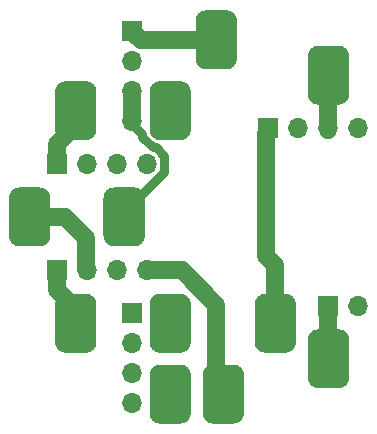
<source format=gbr>
%TF.GenerationSoftware,KiCad,Pcbnew,5.1.9-73d0e3b20d~88~ubuntu18.04.1*%
%TF.CreationDate,2021-01-16T14:41:07+01:00*%
%TF.ProjectId,saba-fernbedienung-anschlussstecker,73616261-2d66-4657-926e-62656469656e,1*%
%TF.SameCoordinates,Original*%
%TF.FileFunction,Copper,L2,Bot*%
%TF.FilePolarity,Positive*%
%FSLAX46Y46*%
G04 Gerber Fmt 4.6, Leading zero omitted, Abs format (unit mm)*
G04 Created by KiCad (PCBNEW 5.1.9-73d0e3b20d~88~ubuntu18.04.1) date 2021-01-16 14:41:07*
%MOMM*%
%LPD*%
G01*
G04 APERTURE LIST*
%TA.AperFunction,ComponentPad*%
%ADD10R,1.700000X1.700000*%
%TD*%
%TA.AperFunction,ComponentPad*%
%ADD11O,1.700000X1.700000*%
%TD*%
%TA.AperFunction,Conductor*%
%ADD12C,1.500000*%
%TD*%
%TA.AperFunction,Conductor*%
%ADD13C,0.800000*%
%TD*%
G04 APERTURE END LIST*
%TO.P,X101,1*%
%TO.N,Net-(J103-Pad2)*%
%TA.AperFunction,ComponentPad*%
G36*
G01*
X112450000Y-81625000D02*
X112450000Y-78375000D01*
G75*
G02*
X113325000Y-77500000I875000J0D01*
G01*
X115075000Y-77500000D01*
G75*
G02*
X115950000Y-78375000I0J-875000D01*
G01*
X115950000Y-81625000D01*
G75*
G02*
X115075000Y-82500000I-875000J0D01*
G01*
X113325000Y-82500000D01*
G75*
G02*
X112450000Y-81625000I0J875000D01*
G01*
G37*
%TD.AperFunction*%
%TO.P,X101,2*%
%TO.N,Net-(J101-Pad1)*%
%TA.AperFunction,ComponentPad*%
G36*
G01*
X116350000Y-72625000D02*
X116350000Y-69375000D01*
G75*
G02*
X117225000Y-68500000I875000J0D01*
G01*
X118975000Y-68500000D01*
G75*
G02*
X119850000Y-69375000I0J-875000D01*
G01*
X119850000Y-72625000D01*
G75*
G02*
X118975000Y-73500000I-875000J0D01*
G01*
X117225000Y-73500000D01*
G75*
G02*
X116350000Y-72625000I0J875000D01*
G01*
G37*
%TD.AperFunction*%
%TO.P,X101,5*%
%TO.N,Net-(J103-Pad1)*%
%TA.AperFunction,ComponentPad*%
G36*
G01*
X116350000Y-90625000D02*
X116350000Y-87375000D01*
G75*
G02*
X117225000Y-86500000I875000J0D01*
G01*
X118975000Y-86500000D01*
G75*
G02*
X119850000Y-87375000I0J-875000D01*
G01*
X119850000Y-90625000D01*
G75*
G02*
X118975000Y-91500000I-875000J0D01*
G01*
X117225000Y-91500000D01*
G75*
G02*
X116350000Y-90625000I0J875000D01*
G01*
G37*
%TD.AperFunction*%
%TO.P,X101,8*%
%TO.N,Net-(J102-Pad3)*%
%TA.AperFunction,ComponentPad*%
G36*
G01*
X120450000Y-81625000D02*
X120450000Y-78375000D01*
G75*
G02*
X121325000Y-77500000I875000J0D01*
G01*
X123075000Y-77500000D01*
G75*
G02*
X123950000Y-78375000I0J-875000D01*
G01*
X123950000Y-81625000D01*
G75*
G02*
X123075000Y-82500000I-875000J0D01*
G01*
X121325000Y-82500000D01*
G75*
G02*
X120450000Y-81625000I0J875000D01*
G01*
G37*
%TD.AperFunction*%
%TO.P,X101,12*%
%TO.N,Net-(J101-Pad4)*%
%TA.AperFunction,ComponentPad*%
G36*
G01*
X124350000Y-72625000D02*
X124350000Y-69375000D01*
G75*
G02*
X125225000Y-68500000I875000J0D01*
G01*
X126975000Y-68500000D01*
G75*
G02*
X127850000Y-69375000I0J-875000D01*
G01*
X127850000Y-72625000D01*
G75*
G02*
X126975000Y-73500000I-875000J0D01*
G01*
X125225000Y-73500000D01*
G75*
G02*
X124350000Y-72625000I0J875000D01*
G01*
G37*
%TD.AperFunction*%
%TO.P,X101,13*%
%TO.N,Net-(J101-Pad2)*%
%TA.AperFunction,ComponentPad*%
G36*
G01*
X124350000Y-90625000D02*
X124350000Y-87375000D01*
G75*
G02*
X125225000Y-86500000I875000J0D01*
G01*
X126975000Y-86500000D01*
G75*
G02*
X127850000Y-87375000I0J-875000D01*
G01*
X127850000Y-90625000D01*
G75*
G02*
X126975000Y-91500000I-875000J0D01*
G01*
X125225000Y-91500000D01*
G75*
G02*
X124350000Y-90625000I0J875000D01*
G01*
G37*
%TD.AperFunction*%
%TO.P,X101,14*%
%TO.N,Net-(J103-Pad3)*%
%TA.AperFunction,ComponentPad*%
G36*
G01*
X124350000Y-96625000D02*
X124350000Y-93375000D01*
G75*
G02*
X125225000Y-92500000I875000J0D01*
G01*
X126975000Y-92500000D01*
G75*
G02*
X127850000Y-93375000I0J-875000D01*
G01*
X127850000Y-96625000D01*
G75*
G02*
X126975000Y-97500000I-875000J0D01*
G01*
X125225000Y-97500000D01*
G75*
G02*
X124350000Y-96625000I0J875000D01*
G01*
G37*
%TD.AperFunction*%
%TO.P,X101,15*%
%TO.N,Net-(J102-Pad1)*%
%TA.AperFunction,ComponentPad*%
G36*
G01*
X128250000Y-66625000D02*
X128250000Y-63375000D01*
G75*
G02*
X129125000Y-62500000I875000J0D01*
G01*
X130875000Y-62500000D01*
G75*
G02*
X131750000Y-63375000I0J-875000D01*
G01*
X131750000Y-66625000D01*
G75*
G02*
X130875000Y-67500000I-875000J0D01*
G01*
X129125000Y-67500000D01*
G75*
G02*
X128250000Y-66625000I0J875000D01*
G01*
G37*
%TD.AperFunction*%
%TO.P,X101,18*%
%TO.N,Net-(J103-Pad4)*%
%TA.AperFunction,ComponentPad*%
G36*
G01*
X128850000Y-96625000D02*
X128850000Y-93375000D01*
G75*
G02*
X129725000Y-92500000I875000J0D01*
G01*
X131475000Y-92500000D01*
G75*
G02*
X132350000Y-93375000I0J-875000D01*
G01*
X132350000Y-96625000D01*
G75*
G02*
X131475000Y-97500000I-875000J0D01*
G01*
X129725000Y-97500000D01*
G75*
G02*
X128850000Y-96625000I0J875000D01*
G01*
G37*
%TD.AperFunction*%
%TO.P,X101,23*%
%TO.N,Net-(J105-Pad3)*%
%TA.AperFunction,ComponentPad*%
G36*
G01*
X137750000Y-69625000D02*
X137750000Y-66375000D01*
G75*
G02*
X138625000Y-65500000I875000J0D01*
G01*
X140375000Y-65500000D01*
G75*
G02*
X141250000Y-66375000I0J-875000D01*
G01*
X141250000Y-69625000D01*
G75*
G02*
X140375000Y-70500000I-875000J0D01*
G01*
X138625000Y-70500000D01*
G75*
G02*
X137750000Y-69625000I0J875000D01*
G01*
G37*
%TD.AperFunction*%
%TO.P,X101,21*%
%TO.N,Net-(J105-Pad1)*%
%TA.AperFunction,ComponentPad*%
G36*
G01*
X133250000Y-90625000D02*
X133250000Y-87375000D01*
G75*
G02*
X134125000Y-86500000I875000J0D01*
G01*
X135875000Y-86500000D01*
G75*
G02*
X136750000Y-87375000I0J-875000D01*
G01*
X136750000Y-90625000D01*
G75*
G02*
X135875000Y-91500000I-875000J0D01*
G01*
X134125000Y-91500000D01*
G75*
G02*
X133250000Y-90625000I0J875000D01*
G01*
G37*
%TD.AperFunction*%
%TO.P,X101,24*%
%TO.N,Net-(J104-Pad1)*%
%TA.AperFunction,ComponentPad*%
G36*
G01*
X137750000Y-93625000D02*
X137750000Y-90375000D01*
G75*
G02*
X138625000Y-89500000I875000J0D01*
G01*
X140375000Y-89500000D01*
G75*
G02*
X141250000Y-90375000I0J-875000D01*
G01*
X141250000Y-93625000D01*
G75*
G02*
X140375000Y-94500000I-875000J0D01*
G01*
X138625000Y-94500000D01*
G75*
G02*
X137750000Y-93625000I0J875000D01*
G01*
G37*
%TD.AperFunction*%
%TD*%
D10*
%TO.P,J101,1*%
%TO.N,Net-(J101-Pad1)*%
X116500000Y-75500000D03*
D11*
%TO.P,J101,2*%
%TO.N,Net-(J101-Pad2)*%
X119040000Y-75500000D03*
%TO.P,J101,3*%
X121580000Y-75500000D03*
%TO.P,J101,4*%
%TO.N,Net-(J101-Pad4)*%
X124120000Y-75500000D03*
%TD*%
%TO.P,J104,2*%
%TO.N,Net-(J104-Pad1)*%
X142040000Y-87500000D03*
D10*
%TO.P,J104,1*%
X139500000Y-87500000D03*
%TD*%
D11*
%TO.P,J106,4*%
%TO.N,N/C*%
X122900000Y-95720000D03*
%TO.P,J106,3*%
X122900000Y-93180000D03*
%TO.P,J106,2*%
X122900000Y-90640000D03*
D10*
%TO.P,J106,1*%
X122900000Y-88100000D03*
%TD*%
D11*
%TO.P,J105,4*%
%TO.N,Net-(J105-Pad3)*%
X142020000Y-72500000D03*
%TO.P,J105,3*%
X139480000Y-72500000D03*
%TO.P,J105,2*%
%TO.N,Net-(J105-Pad1)*%
X136940000Y-72500000D03*
D10*
%TO.P,J105,1*%
X134400000Y-72500000D03*
%TD*%
D11*
%TO.P,J103,4*%
%TO.N,Net-(J103-Pad4)*%
X124120000Y-84500000D03*
%TO.P,J103,3*%
%TO.N,Net-(J103-Pad3)*%
X121580000Y-84500000D03*
%TO.P,J103,2*%
%TO.N,Net-(J103-Pad2)*%
X119040000Y-84500000D03*
D10*
%TO.P,J103,1*%
%TO.N,Net-(J103-Pad1)*%
X116500000Y-84500000D03*
%TD*%
D11*
%TO.P,J102,4*%
%TO.N,Net-(J102-Pad3)*%
X122900000Y-71900000D03*
%TO.P,J102,3*%
X122900000Y-69360000D03*
%TO.P,J102,2*%
%TO.N,Net-(J102-Pad1)*%
X122900000Y-66820000D03*
D10*
%TO.P,J102,1*%
X122900000Y-64280000D03*
%TD*%
D12*
%TO.N,Net-(J101-Pad1)*%
X116500000Y-75500000D02*
X116500000Y-73800000D01*
X116500000Y-73800000D02*
X118100000Y-72200000D01*
%TO.N,Net-(J102-Pad3)*%
X122900000Y-69360000D02*
X122900000Y-71900000D01*
D13*
X125570001Y-76229999D02*
X123200000Y-78600000D01*
X125570001Y-74803999D02*
X125570001Y-76229999D01*
X122900000Y-72133998D02*
X123749990Y-72983988D01*
X123749990Y-72983988D02*
X123749990Y-73235970D01*
X123749990Y-73235970D02*
X124614030Y-74100010D01*
X122900000Y-71900000D02*
X122900000Y-72133998D01*
X124614030Y-74100010D02*
X124866012Y-74100010D01*
X124866012Y-74100010D02*
X125570001Y-74803999D01*
D12*
%TO.N,Net-(J102-Pad1)*%
X130000000Y-65000000D02*
X123600000Y-65000000D01*
X123600000Y-65000000D02*
X122900000Y-64300000D01*
%TO.N,Net-(J103-Pad4)*%
X130000000Y-94100000D02*
X131000000Y-95100000D01*
X130000000Y-87419046D02*
X130000000Y-94100000D01*
X124120000Y-84500000D02*
X127080954Y-84500000D01*
X127080954Y-84500000D02*
X130000000Y-87419046D01*
%TO.N,Net-(J103-Pad2)*%
X114500000Y-80000000D02*
X117200000Y-80000000D01*
X117200000Y-80000000D02*
X119000000Y-81800000D01*
X119000000Y-81800000D02*
X119000000Y-84400000D01*
%TO.N,Net-(J103-Pad1)*%
X116500000Y-84500000D02*
X116500000Y-86200000D01*
X116500000Y-86200000D02*
X118400000Y-88100000D01*
%TO.N,Net-(J104-Pad1)*%
X139500000Y-92000000D02*
X139500000Y-87500000D01*
%TO.N,Net-(J105-Pad3)*%
X139500000Y-68000000D02*
X139500000Y-72600000D01*
%TO.N,Net-(J105-Pad1)*%
X135000000Y-89000000D02*
X135000000Y-84200000D01*
X135000000Y-84200000D02*
X135000000Y-84100000D01*
X135000000Y-84100000D02*
X134200000Y-83300000D01*
X134200000Y-83300000D02*
X134200000Y-72900000D01*
X134200000Y-72900000D02*
X134400000Y-72700000D01*
%TD*%
M02*

</source>
